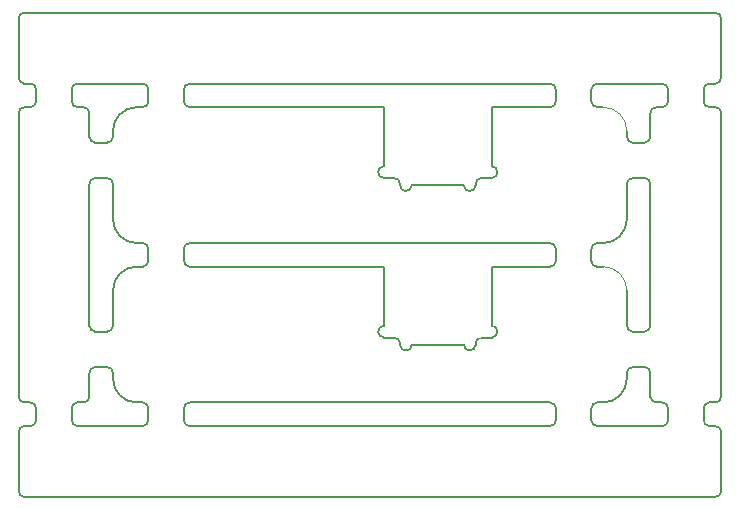
<source format=gbr>
G04 #@! TF.GenerationSoftware,KiCad,Pcbnew,(5.1.4)-1*
G04 #@! TF.CreationDate,2021-03-22T01:51:55-07:00*
G04 #@! TF.ProjectId,panelize,70616e65-6c69-47a6-952e-6b696361645f,rev?*
G04 #@! TF.SameCoordinates,Original*
G04 #@! TF.FileFunction,Profile,NP*
%FSLAX46Y46*%
G04 Gerber Fmt 4.6, Leading zero omitted, Abs format (unit mm)*
G04 Created by KiCad (PCBNEW (5.1.4)-1) date 2021-03-22 01:51:55*
%MOMM*%
%LPD*%
G04 APERTURE LIST*
%ADD10C,0.150000*%
%ADD11C,0.120000*%
G04 APERTURE END LIST*
D10*
X-35000000Y-33000000D02*
X23500000Y-33000000D01*
X23500000Y8000000D02*
X-35000000Y8000000D01*
X23500000Y-27000000D02*
G75*
G02X24000000Y-27500000I0J-500000D01*
G01*
X13500000Y2000000D02*
X19000000Y2000000D01*
X23500000Y8000000D02*
G75*
G02X24000000Y7500000I0J-500000D01*
G01*
X24000000Y2500000D02*
X24000000Y7500000D01*
X24000000Y2500000D02*
G75*
G02X23500000Y2000000I-500000J0D01*
G01*
X19000000Y-27000000D02*
X13500000Y-27000000D01*
X24000000Y-32500000D02*
G75*
G02X23500000Y-33000000I-500000J0D01*
G01*
X24000000Y-27500000D02*
X24000000Y-32500000D01*
X23000000Y-27000000D02*
X23500000Y-27000000D01*
X18000000Y-2500000D02*
X18000000Y-500000D01*
X23000000Y0D02*
X23500000Y0D01*
X23000000Y-25000000D02*
X23500000Y-25000000D01*
X18000000Y-6500000D02*
X18000000Y-18500000D01*
X18000000Y-22500000D02*
X18000000Y-24500000D01*
X23000000Y2000000D02*
X23500000Y2000000D01*
X19000000Y2000000D02*
G75*
G02X19500000Y1500000I0J-500000D01*
G01*
X19500000Y500000D02*
X19500000Y1500000D01*
X22500000Y-25500000D02*
X22500000Y-26500000D01*
X23500000Y0D02*
G75*
G02X24000000Y-500000I0J-500000D01*
G01*
X24000000Y-24500000D02*
X24000000Y-500000D01*
X22500000Y1500000D02*
X22500000Y500000D01*
X23000000Y0D02*
G75*
G02X22500000Y500000I0J500000D01*
G01*
X23000000Y-27000000D02*
G75*
G02X22500000Y-26500000I0J500000D01*
G01*
X22500000Y1500000D02*
G75*
G02X23000000Y2000000I500000J0D01*
G01*
X22500000Y-25500000D02*
G75*
G02X23000000Y-25000000I500000J0D01*
G01*
X19500000Y500000D02*
G75*
G02X19000000Y0I-500000J0D01*
G01*
X19000000Y-25000000D02*
G75*
G02X19500000Y-25500000I0J-500000D01*
G01*
X19500000Y-26500000D02*
G75*
G02X19000000Y-27000000I-500000J0D01*
G01*
X18000000Y-500000D02*
G75*
G02X18500000Y0I500000J0D01*
G01*
X19500000Y-26500000D02*
X19500000Y-25500000D01*
X18500000Y0D02*
X19000000Y0D01*
X18500000Y-25000000D02*
G75*
G02X18000000Y-24500000I0J500000D01*
G01*
X18500000Y-25000000D02*
X19000000Y-25000000D01*
X24000000Y-24500000D02*
G75*
G02X23500000Y-25000000I-500000J0D01*
G01*
X-21000000Y2000000D02*
X9500000Y2000000D01*
X-21000000Y-27000000D02*
X9500000Y-27000000D01*
X13500000Y0D02*
G75*
G02X13000000Y500000I0J500000D01*
G01*
X9500000Y2000000D02*
G75*
G02X10000000Y1500000I0J-500000D01*
G01*
X10000000Y500000D02*
G75*
G02X9500000Y0I-500000J0D01*
G01*
X13000000Y1500000D02*
X13000000Y500000D01*
X13000000Y1500000D02*
G75*
G02X13500000Y2000000I500000J0D01*
G01*
X10000000Y500000D02*
X10000000Y1500000D01*
X13500000Y-27000000D02*
G75*
G02X13000000Y-26500000I0J500000D01*
G01*
X9500000Y-25000000D02*
G75*
G02X10000000Y-25500000I0J-500000D01*
G01*
X10000000Y-26500000D02*
G75*
G02X9500000Y-27000000I-500000J0D01*
G01*
X13000000Y-25500000D02*
X13000000Y-26500000D01*
X13000000Y-25500000D02*
G75*
G02X13500000Y-25000000I500000J0D01*
G01*
X10000000Y-26500000D02*
X10000000Y-25500000D01*
X14000000Y-25000000D02*
X13500000Y-25000000D01*
X14000000Y0D02*
X13500000Y0D01*
X-25000000Y-27000000D02*
X-30500000Y-27000000D01*
X-25000000Y-25000000D02*
X-25500000Y-25000000D01*
X-24500000Y-26500000D02*
G75*
G02X-25000000Y-27000000I-500000J0D01*
G01*
X-25000000Y-25000000D02*
G75*
G02X-24500000Y-25500000I0J-500000D01*
G01*
X-21500000Y-25500000D02*
G75*
G02X-21000000Y-25000000I500000J0D01*
G01*
X-21000000Y-27000000D02*
G75*
G02X-21500000Y-26500000I0J500000D01*
G01*
X-21500000Y-25500000D02*
X-21500000Y-26500000D01*
X-24500000Y-25500000D02*
X-24500000Y-26500000D01*
X-21000000Y0D02*
X-4550000Y0D01*
X-21000000Y0D02*
G75*
G02X-21500000Y500000I0J500000D01*
G01*
X-21500000Y1500000D02*
X-21500000Y500000D01*
X-24500000Y500000D02*
G75*
G02X-25000000Y0I-500000J0D01*
G01*
X-24500000Y1500000D02*
X-24500000Y500000D01*
X-25000000Y2000000D02*
G75*
G02X-24500000Y1500000I0J-500000D01*
G01*
X-21500000Y1500000D02*
G75*
G02X-21000000Y2000000I500000J0D01*
G01*
X-30500000Y2000000D02*
X-25000000Y2000000D01*
X-35000000Y-33000000D02*
G75*
G02X-35500000Y-32500000I0J500000D01*
G01*
X-35500000Y-27500000D02*
X-35500000Y-32500000D01*
X-35500000Y7500000D02*
G75*
G02X-35000000Y8000000I500000J0D01*
G01*
X-35500000Y2500000D02*
X-35500000Y7500000D01*
X-35000000Y2000000D02*
G75*
G02X-35500000Y2500000I0J500000D01*
G01*
X-34500000Y2000000D02*
X-35000000Y2000000D01*
X-35500000Y-27500000D02*
G75*
G02X-35000000Y-27000000I500000J0D01*
G01*
X-34500000Y-27000000D02*
X-35000000Y-27000000D01*
X-34000000Y-26500000D02*
X-34000000Y-25500000D01*
X-34500000Y-25000000D02*
G75*
G02X-34000000Y-25500000I0J-500000D01*
G01*
X-34000000Y-26500000D02*
G75*
G02X-34500000Y-27000000I-500000J0D01*
G01*
X-30500000Y-27000000D02*
G75*
G02X-31000000Y-26500000I0J500000D01*
G01*
X-31000000Y-25500000D02*
G75*
G02X-30500000Y-25000000I500000J0D01*
G01*
X-31000000Y-25500000D02*
X-31000000Y-26500000D01*
X-34000000Y500000D02*
G75*
G02X-34500000Y0I-500000J0D01*
G01*
X-34500000Y2000000D02*
G75*
G02X-34000000Y1500000I0J-500000D01*
G01*
X-30500000Y0D02*
G75*
G02X-31000000Y500000I0J500000D01*
G01*
X-34000000Y500000D02*
X-34000000Y1500000D01*
X-31000000Y1500000D02*
G75*
G02X-30500000Y2000000I500000J0D01*
G01*
X-31000000Y1500000D02*
X-31000000Y500000D01*
X-30000000Y-25000000D02*
X-30500000Y-25000000D01*
X-30000000Y0D02*
X-30500000Y0D01*
X-29500000Y-24500000D02*
G75*
G02X-30000000Y-25000000I-500000J0D01*
G01*
X-35000000Y-25000000D02*
G75*
G02X-35500000Y-24500000I0J500000D01*
G01*
X-35500000Y-500000D02*
G75*
G02X-35000000Y0I500000J0D01*
G01*
X-30000000Y0D02*
G75*
G02X-29500000Y-500000I0J-500000D01*
G01*
X-29500000Y-18500000D02*
X-29500000Y-6500000D01*
X-29500000Y-22500000D02*
X-29500000Y-24500000D01*
X-34500000Y-25000000D02*
X-35000000Y-25000000D01*
X-35500000Y-500000D02*
X-35500000Y-24500000D01*
X-34500000Y0D02*
X-35000000Y0D01*
X-29500000Y-2500000D02*
X-29500000Y-500000D01*
X-29000000Y-3000000D02*
G75*
G02X-29500000Y-2500000I0J500000D01*
G01*
X-27500000Y-2500000D02*
G75*
G02X-28000000Y-3000000I-500000J0D01*
G01*
X-29000000Y-3000000D02*
X-28000000Y-3000000D01*
X-29500000Y-6500000D02*
G75*
G02X-29000000Y-6000000I500000J0D01*
G01*
X-28000000Y-6000000D02*
G75*
G02X-27500000Y-6500000I0J-500000D01*
G01*
X-28000000Y-6000000D02*
X-29000000Y-6000000D01*
X-29000000Y-19000000D02*
G75*
G02X-29500000Y-18500000I0J500000D01*
G01*
X-29000000Y-19000000D02*
X-28000000Y-19000000D01*
X-28000000Y-22000000D02*
X-29000000Y-22000000D01*
X-29500000Y-22500000D02*
G75*
G02X-29000000Y-22000000I500000J0D01*
G01*
X-27500000Y-18500000D02*
G75*
G02X-28000000Y-19000000I-500000J0D01*
G01*
X-28000000Y-22000000D02*
G75*
G02X-27500000Y-22500000I0J-500000D01*
G01*
X17500000Y-22000000D02*
X16500000Y-22000000D01*
X16500000Y-19000000D02*
X17500000Y-19000000D01*
X18000000Y-18500000D02*
G75*
G02X17500000Y-19000000I-500000J0D01*
G01*
X16000000Y-22500000D02*
G75*
G02X16500000Y-22000000I500000J0D01*
G01*
X17500000Y-22000000D02*
G75*
G02X18000000Y-22500000I0J-500000D01*
G01*
X16500000Y-19000000D02*
G75*
G02X16000000Y-18500000I0J500000D01*
G01*
X18000000Y-2500000D02*
G75*
G02X17500000Y-3000000I-500000J0D01*
G01*
X16000000Y-6500000D02*
G75*
G02X16500000Y-6000000I500000J0D01*
G01*
X17500000Y-6000000D02*
G75*
G02X18000000Y-6500000I0J-500000D01*
G01*
X16500000Y-3000000D02*
X17500000Y-3000000D01*
X16500000Y-3000000D02*
G75*
G02X16000000Y-2500000I0J500000D01*
G01*
X17500000Y-6000000D02*
X16500000Y-6000000D01*
X16000000Y-2000000D02*
X16000000Y-2500000D01*
X16000000Y-23000000D02*
X16000000Y-22500000D01*
X-27500000Y-23000000D02*
X-27500000Y-22500000D01*
X-27500000Y-2000000D02*
X-27500000Y-2500000D01*
X10000000Y-13000000D02*
X10000000Y-12000000D01*
X13000000Y-12000000D02*
X13000000Y-13000000D01*
X14000000Y-11500000D02*
X13500000Y-11500000D01*
X13000000Y-12000000D02*
G75*
G02X13500000Y-11500000I500000J0D01*
G01*
X13500000Y-13500000D02*
G75*
G02X13000000Y-13000000I0J500000D01*
G01*
X10000000Y-13000000D02*
G75*
G02X9500000Y-13500000I-500000J0D01*
G01*
X9500000Y-11500000D02*
G75*
G02X10000000Y-12000000I0J-500000D01*
G01*
X14000000Y-13500000D02*
X13500000Y-13500000D01*
X-24500000Y-12000000D02*
X-24500000Y-13000000D01*
X-21500000Y-12000000D02*
X-21500000Y-13000000D01*
X-21000000Y-13500000D02*
G75*
G02X-21500000Y-13000000I0J500000D01*
G01*
X-24500000Y-13000000D02*
G75*
G02X-25000000Y-13500000I-500000J0D01*
G01*
X-25000000Y-11500000D02*
G75*
G02X-24500000Y-12000000I0J-500000D01*
G01*
X-21500000Y-12000000D02*
G75*
G02X-21000000Y-11500000I500000J0D01*
G01*
X-25500000Y-13500000D02*
X-25000000Y-13500000D01*
X-25500000Y-11500000D02*
X-25000000Y-11500000D01*
X-27500000Y-15500000D02*
G75*
G02X-25500000Y-13500000I2000000J0D01*
G01*
X9500000Y-13500000D02*
X4550000Y-13500000D01*
X16000000Y-23000000D02*
G75*
G02X14000000Y-25000000I-2000000J0D01*
G01*
X-21000000Y-25000000D02*
X9500000Y-25000000D01*
D11*
X14000000Y-13500000D02*
G75*
G02X16000000Y-15500000I0J-2000000D01*
G01*
D10*
X-25500000Y-25000000D02*
G75*
G02X-27500000Y-23000000I0J2000000D01*
G01*
X-27500000Y-15500000D02*
X-27500000Y-18500000D01*
X-4550000Y-13500000D02*
X-21000000Y-13500000D01*
X16000000Y-18500000D02*
X16000000Y-15500000D01*
X16000000Y-9500000D02*
G75*
G02X14000000Y-11500000I-2000000J0D01*
G01*
D11*
X14000000Y0D02*
G75*
G02X16000000Y-2000000I0J-2000000D01*
G01*
D10*
X-25500000Y-11500000D02*
G75*
G02X-27500000Y-9500000I0J2000000D01*
G01*
X-27500000Y-2000000D02*
G75*
G02X-25500000Y0I2000000J0D01*
G01*
X9500000Y0D02*
X4550000Y0D01*
X16000000Y-9500000D02*
X16000000Y-6500000D01*
X-21000000Y-11500000D02*
X9500000Y-11500000D01*
X-27500000Y-6500000D02*
X-27500000Y-9500000D01*
X-25000000Y0D02*
X-25500000Y0D01*
X-3200000Y-20000000D02*
G75*
G03X-3700000Y-19500000I-500000J0D01*
G01*
X3700000Y-19500000D02*
G75*
G03X3200000Y-20000000I0J-500000D01*
G01*
X4550000Y-19500000D02*
G75*
G03X4550000Y-18500000I0J500000D01*
G01*
X3700000Y-19500000D02*
X4550000Y-19500000D01*
X3200000Y-20100000D02*
X3200000Y-20000000D01*
X2200000Y-20100000D02*
G75*
G03X3200000Y-20100000I500000J0D01*
G01*
X-3200000Y-20100000D02*
G75*
G03X-2200000Y-20100000I500000J0D01*
G01*
X-2200000Y-20100000D02*
X2200000Y-20100000D01*
X-4550000Y-18500000D02*
G75*
G03X-4550000Y-19500000I0J-500000D01*
G01*
X-3200000Y-20000000D02*
X-3200000Y-20100000D01*
X-3700000Y-19500000D02*
X-4550000Y-19500000D01*
X4550000Y-18500000D02*
X4550000Y-13500000D01*
X-4550000Y-18500000D02*
X-4550000Y-13500000D01*
X-3200000Y-6500000D02*
G75*
G03X-3700000Y-6000000I-500000J0D01*
G01*
X3700000Y-6000000D02*
G75*
G03X3200000Y-6500000I0J-500000D01*
G01*
X4550000Y-6000000D02*
G75*
G03X4550000Y-5000000I0J500000D01*
G01*
X3700000Y-6000000D02*
X4550000Y-6000000D01*
X3200000Y-6600000D02*
X3200000Y-6500000D01*
X2200000Y-6600000D02*
G75*
G03X3200000Y-6600000I500000J0D01*
G01*
X-3200000Y-6600000D02*
G75*
G03X-2200000Y-6600000I500000J0D01*
G01*
X-2200000Y-6600000D02*
X2200000Y-6600000D01*
X-4550000Y-5000000D02*
G75*
G03X-4550000Y-6000000I0J-500000D01*
G01*
X-3200000Y-6500000D02*
X-3200000Y-6600000D01*
X-3700000Y-6000000D02*
X-4550000Y-6000000D01*
X4550000Y-5000000D02*
X4550000Y0D01*
X-4550000Y-5000000D02*
X-4550000Y0D01*
M02*

</source>
